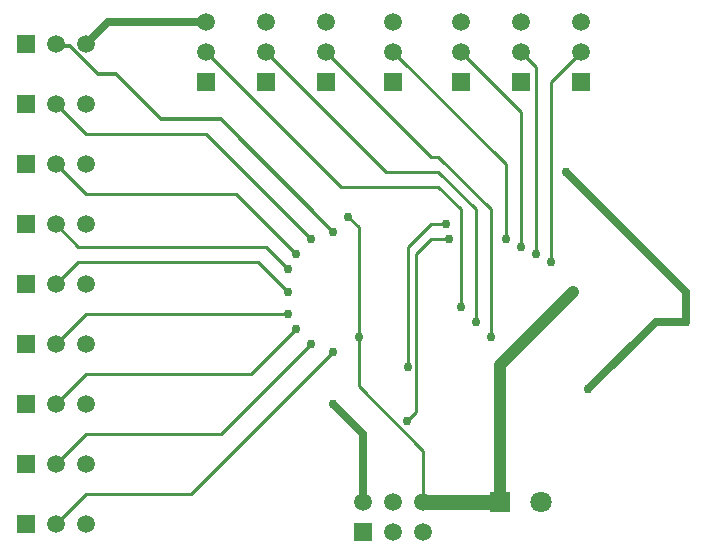
<source format=gbl>
G04*
G04 #@! TF.GenerationSoftware,Altium Limited,Altium Designer,19.1.5 (86)*
G04*
G04 Layer_Physical_Order=2*
G04 Layer_Color=16711680*
%FSLAX25Y25*%
%MOIN*%
G70*
G01*
G75*
%ADD35C,0.02500*%
%ADD36C,0.04000*%
%ADD37C,0.01000*%
%ADD38C,0.01200*%
%ADD39C,0.05000*%
%ADD40C,0.05906*%
%ADD41R,0.05906X0.05906*%
%ADD42R,0.05906X0.05906*%
%ADD43C,0.07087*%
%ADD44R,0.07087X0.07087*%
%ADD45C,0.03000*%
D35*
X47500Y177500D02*
X55000Y185000D01*
X87500D01*
X247500Y85000D02*
Y95000D01*
X207500Y135000D02*
X247500Y95000D01*
X237500Y85000D02*
X247500D01*
X215000Y62500D02*
X237500Y85000D01*
X130000Y57500D02*
X140000Y47500D01*
Y25000D02*
Y47500D01*
D36*
X185610Y70610D02*
X210000Y95000D01*
X185610Y25000D02*
Y70610D01*
D37*
X107500Y110000D02*
X115000Y102500D01*
X45000Y110000D02*
X107500D01*
X37500Y117500D02*
X45000Y110000D01*
X105000Y105000D02*
X115000Y95000D01*
X45000Y105000D02*
X105000D01*
X37500Y97500D02*
X45000Y105000D01*
X138500Y80000D02*
Y116500D01*
X135000Y120000D02*
X138500Y116500D01*
X87500Y147500D02*
X122500Y112500D01*
X47500Y147500D02*
X87500D01*
X37500Y157500D02*
X47500Y147500D01*
X97500Y127500D02*
X117500Y107500D01*
X47500Y127500D02*
X97500D01*
X37500Y137500D02*
X47500Y127500D01*
Y87500D02*
X115000D01*
X37500Y77500D02*
X47500Y87500D01*
Y67500D02*
X102500D01*
X117500Y82500D01*
X37500Y57500D02*
X47500Y67500D01*
Y47500D02*
X92500D01*
X122500Y77500D01*
X37500Y37500D02*
X47500Y47500D01*
X82500Y27500D02*
X130000Y75000D01*
X47500Y27500D02*
X82500D01*
X37500Y17500D02*
X47500Y27500D01*
X197500Y107500D02*
Y170000D01*
X192500Y175000D02*
X197500Y170000D01*
X182500Y80000D02*
Y122500D01*
X165000Y140000D02*
X182500Y122500D01*
X162500Y140000D02*
X165000D01*
X127500Y175000D02*
X162500Y140000D01*
X147500Y135000D02*
X165000D01*
X107500Y175000D02*
X147500Y135000D01*
X165000D02*
X177500Y122500D01*
Y85000D02*
Y122500D01*
X172500Y90000D02*
Y122500D01*
X132500Y130000D02*
X165000D01*
X87500Y175000D02*
X132500Y130000D01*
X165000D02*
X172500Y122500D01*
X202500Y165000D02*
X212500Y175000D01*
X202500Y105000D02*
Y165000D01*
X172500Y175000D02*
X192500Y155000D01*
Y110000D02*
Y155000D01*
X150000Y175000D02*
X187500Y137500D01*
Y112500D02*
Y137500D01*
X162500Y112500D02*
X168479D01*
X162500Y117500D02*
X167500D01*
X157600Y107600D02*
X162500Y112500D01*
X157600Y55100D02*
Y107600D01*
X155000Y110000D02*
X162500Y117500D01*
X155000Y70000D02*
Y110000D01*
X154498Y51998D02*
X157600Y55100D01*
X138500Y63643D02*
Y80000D01*
Y63643D02*
X160000Y42143D01*
Y25000D02*
Y42143D01*
D38*
X72500Y152500D02*
X92500D01*
X130000Y115000D01*
X57500Y167500D02*
X72500Y152500D01*
X51627Y167500D02*
X57500D01*
X42253Y176874D02*
X51627Y167500D01*
X38126Y176874D02*
X42253D01*
X37500Y177500D02*
X38126Y176874D01*
D39*
X160000Y25000D02*
X185610D01*
D40*
X150000Y185000D02*
D03*
Y175000D02*
D03*
X172500Y185000D02*
D03*
Y175000D02*
D03*
X192500Y185000D02*
D03*
Y175000D02*
D03*
X212500Y185000D02*
D03*
Y175000D02*
D03*
X87500Y185000D02*
D03*
Y175000D02*
D03*
X107500Y185000D02*
D03*
Y175000D02*
D03*
X127500Y185000D02*
D03*
Y175000D02*
D03*
X47500Y17500D02*
D03*
X37500D02*
D03*
X140000Y25000D02*
D03*
X150000Y15000D02*
D03*
Y25000D02*
D03*
X160000Y15000D02*
D03*
Y25000D02*
D03*
X47500Y37500D02*
D03*
X37500D02*
D03*
X47500Y57500D02*
D03*
X37500D02*
D03*
X47500Y77500D02*
D03*
X37500D02*
D03*
X47500Y97500D02*
D03*
X37500D02*
D03*
X47500Y117500D02*
D03*
X37500D02*
D03*
X47500Y137500D02*
D03*
X37500D02*
D03*
X47500Y157500D02*
D03*
X37500D02*
D03*
X47500Y177500D02*
D03*
X37500D02*
D03*
D41*
X150000Y165000D02*
D03*
X172500D02*
D03*
X192500D02*
D03*
X212500D02*
D03*
X87500D02*
D03*
X107500D02*
D03*
X127500D02*
D03*
D42*
X27500Y17500D02*
D03*
X140000Y15000D02*
D03*
X27500Y37500D02*
D03*
Y57500D02*
D03*
Y77500D02*
D03*
Y97500D02*
D03*
Y117500D02*
D03*
Y137500D02*
D03*
Y157500D02*
D03*
Y177500D02*
D03*
D43*
X199390Y25000D02*
D03*
D44*
X185610D02*
D03*
D45*
X135000Y120000D02*
D03*
X130000Y115000D02*
D03*
X122500Y112500D02*
D03*
X117500Y107500D02*
D03*
X115000Y102500D02*
D03*
Y95000D02*
D03*
Y87500D02*
D03*
X117500Y82500D02*
D03*
X122500Y77500D02*
D03*
X130000Y75000D02*
D03*
X207500Y135000D02*
D03*
X182500Y80000D02*
D03*
X177500Y85000D02*
D03*
X172500Y90000D02*
D03*
X202500Y105000D02*
D03*
X197500Y107500D02*
D03*
X192500Y110000D02*
D03*
X187500Y112500D02*
D03*
X168479D02*
D03*
X167500Y117500D02*
D03*
X154498Y51998D02*
D03*
X155000Y70000D02*
D03*
X210000Y95000D02*
D03*
X138500Y80000D02*
D03*
X215000Y62500D02*
D03*
X130000Y57500D02*
D03*
X247500Y85000D02*
D03*
M02*

</source>
